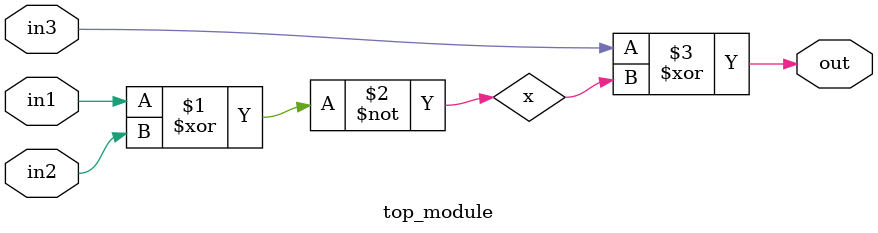
<source format=v>
module top_module (
    input in1,
    input in2,
    input in3,
    output out);
    wire x;
    
    xnor x1(x,in1,in2);
    xor x2(out,in3,x);

endmodule

</source>
